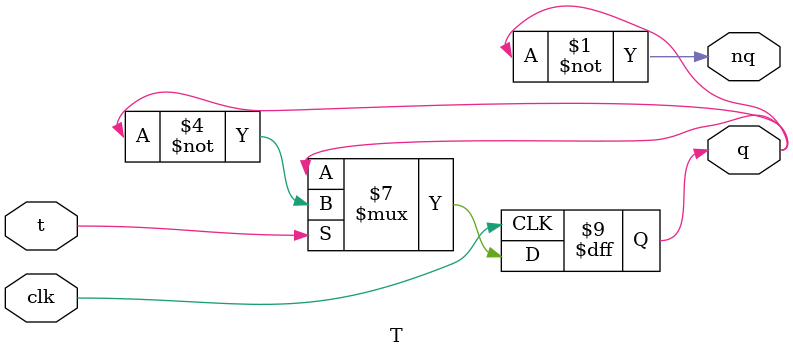
<source format=v>
`timescale 1ns / 1ps

module main(
    input X,
    input clk,
    output reg Y,
    output reg T0,
    output Q0,
    output reg T1,
    output Q1
    );

    wire NQ0,NQ1;
    T TT0(clk,1,Q0,NQ0);
    T TT1(clk,Q0^X,Q1,NQ1);
    always @(*)begin
        T0<=1;
        T1<=Q0^X;
        Y<=~( X & NQ1 );
    end
endmodule

module T(clk,t,q,nq);
    input clk;
    input t;
    output reg q;
    output nq;

initial begin
    q <= 0;
end
    assign nq=~q;
always @(negedge clk)begin
    if(t == 0)
        q <= q;
    else 
        q <= ~q;
end
endmodule
</source>
